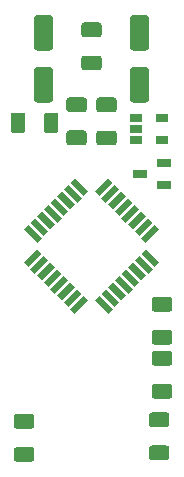
<source format=gbr>
%TF.GenerationSoftware,KiCad,Pcbnew,(5.1.6-0-10_14)*%
%TF.CreationDate,2021-08-14T22:27:43-04:00*%
%TF.ProjectId,bareduino,62617265-6475-4696-9e6f-2e6b69636164,rev?*%
%TF.SameCoordinates,Original*%
%TF.FileFunction,Paste,Top*%
%TF.FilePolarity,Positive*%
%FSLAX46Y46*%
G04 Gerber Fmt 4.6, Leading zero omitted, Abs format (unit mm)*
G04 Created by KiCad (PCBNEW (5.1.6-0-10_14)) date 2021-08-14 22:27:43*
%MOMM*%
%LPD*%
G01*
G04 APERTURE LIST*
%ADD10C,0.100000*%
%ADD11R,1.060000X0.650000*%
%ADD12R,1.200000X0.650000*%
G04 APERTURE END LIST*
D10*
%TO.C,U2*%
G36*
X50284555Y-64747666D02*
G01*
X50673464Y-64358757D01*
X51804835Y-65490128D01*
X51415926Y-65879037D01*
X50284555Y-64747666D01*
G37*
G36*
X49718870Y-65313352D02*
G01*
X50107779Y-64924443D01*
X51239150Y-66055814D01*
X50850241Y-66444723D01*
X49718870Y-65313352D01*
G37*
G36*
X49153184Y-65879037D02*
G01*
X49542093Y-65490128D01*
X50673464Y-66621499D01*
X50284555Y-67010408D01*
X49153184Y-65879037D01*
G37*
G36*
X48587499Y-66444722D02*
G01*
X48976408Y-66055813D01*
X50107779Y-67187184D01*
X49718870Y-67576093D01*
X48587499Y-66444722D01*
G37*
G36*
X48021813Y-67010408D02*
G01*
X48410722Y-66621499D01*
X49542093Y-67752870D01*
X49153184Y-68141779D01*
X48021813Y-67010408D01*
G37*
G36*
X47456128Y-67576093D02*
G01*
X47845037Y-67187184D01*
X48976408Y-68318555D01*
X48587499Y-68707464D01*
X47456128Y-67576093D01*
G37*
G36*
X46890443Y-68141779D02*
G01*
X47279352Y-67752870D01*
X48410723Y-68884241D01*
X48021814Y-69273150D01*
X46890443Y-68141779D01*
G37*
G36*
X46324757Y-68707464D02*
G01*
X46713666Y-68318555D01*
X47845037Y-69449926D01*
X47456128Y-69838835D01*
X46324757Y-68707464D01*
G37*
G36*
X46713666Y-71889445D02*
G01*
X46324757Y-71500536D01*
X47456128Y-70369165D01*
X47845037Y-70758074D01*
X46713666Y-71889445D01*
G37*
G36*
X47279352Y-72455130D02*
G01*
X46890443Y-72066221D01*
X48021814Y-70934850D01*
X48410723Y-71323759D01*
X47279352Y-72455130D01*
G37*
G36*
X47845037Y-73020816D02*
G01*
X47456128Y-72631907D01*
X48587499Y-71500536D01*
X48976408Y-71889445D01*
X47845037Y-73020816D01*
G37*
G36*
X48410722Y-73586501D02*
G01*
X48021813Y-73197592D01*
X49153184Y-72066221D01*
X49542093Y-72455130D01*
X48410722Y-73586501D01*
G37*
G36*
X48976408Y-74152187D02*
G01*
X48587499Y-73763278D01*
X49718870Y-72631907D01*
X50107779Y-73020816D01*
X48976408Y-74152187D01*
G37*
G36*
X49542093Y-74717872D02*
G01*
X49153184Y-74328963D01*
X50284555Y-73197592D01*
X50673464Y-73586501D01*
X49542093Y-74717872D01*
G37*
G36*
X50107779Y-75283557D02*
G01*
X49718870Y-74894648D01*
X50850241Y-73763277D01*
X51239150Y-74152186D01*
X50107779Y-75283557D01*
G37*
G36*
X50673464Y-75849243D02*
G01*
X50284555Y-75460334D01*
X51415926Y-74328963D01*
X51804835Y-74717872D01*
X50673464Y-75849243D01*
G37*
G36*
X52335165Y-74717872D02*
G01*
X52724074Y-74328963D01*
X53855445Y-75460334D01*
X53466536Y-75849243D01*
X52335165Y-74717872D01*
G37*
G36*
X52900850Y-74152186D02*
G01*
X53289759Y-73763277D01*
X54421130Y-74894648D01*
X54032221Y-75283557D01*
X52900850Y-74152186D01*
G37*
G36*
X53466536Y-73586501D02*
G01*
X53855445Y-73197592D01*
X54986816Y-74328963D01*
X54597907Y-74717872D01*
X53466536Y-73586501D01*
G37*
G36*
X54032221Y-73020816D02*
G01*
X54421130Y-72631907D01*
X55552501Y-73763278D01*
X55163592Y-74152187D01*
X54032221Y-73020816D01*
G37*
G36*
X54597907Y-72455130D02*
G01*
X54986816Y-72066221D01*
X56118187Y-73197592D01*
X55729278Y-73586501D01*
X54597907Y-72455130D01*
G37*
G36*
X55163592Y-71889445D02*
G01*
X55552501Y-71500536D01*
X56683872Y-72631907D01*
X56294963Y-73020816D01*
X55163592Y-71889445D01*
G37*
G36*
X55729277Y-71323759D02*
G01*
X56118186Y-70934850D01*
X57249557Y-72066221D01*
X56860648Y-72455130D01*
X55729277Y-71323759D01*
G37*
G36*
X56294963Y-70758074D02*
G01*
X56683872Y-70369165D01*
X57815243Y-71500536D01*
X57426334Y-71889445D01*
X56294963Y-70758074D01*
G37*
G36*
X56683872Y-69838835D02*
G01*
X56294963Y-69449926D01*
X57426334Y-68318555D01*
X57815243Y-68707464D01*
X56683872Y-69838835D01*
G37*
G36*
X56118186Y-69273150D02*
G01*
X55729277Y-68884241D01*
X56860648Y-67752870D01*
X57249557Y-68141779D01*
X56118186Y-69273150D01*
G37*
G36*
X55552501Y-68707464D02*
G01*
X55163592Y-68318555D01*
X56294963Y-67187184D01*
X56683872Y-67576093D01*
X55552501Y-68707464D01*
G37*
G36*
X54986816Y-68141779D02*
G01*
X54597907Y-67752870D01*
X55729278Y-66621499D01*
X56118187Y-67010408D01*
X54986816Y-68141779D01*
G37*
G36*
X54421130Y-67576093D02*
G01*
X54032221Y-67187184D01*
X55163592Y-66055813D01*
X55552501Y-66444722D01*
X54421130Y-67576093D01*
G37*
G36*
X53855445Y-67010408D02*
G01*
X53466536Y-66621499D01*
X54597907Y-65490128D01*
X54986816Y-65879037D01*
X53855445Y-67010408D01*
G37*
G36*
X53289759Y-66444723D02*
G01*
X52900850Y-66055814D01*
X54032221Y-64924443D01*
X54421130Y-65313352D01*
X53289759Y-66444723D01*
G37*
G36*
X52724074Y-65879037D02*
G01*
X52335165Y-65490128D01*
X53466536Y-64358757D01*
X53855445Y-64747666D01*
X52724074Y-65879037D01*
G37*
%TD*%
D11*
%TO.C,U1*%
X57996000Y-59248000D03*
X57996000Y-61148000D03*
X55796000Y-61148000D03*
X55796000Y-60198000D03*
X55796000Y-59248000D03*
%TD*%
%TO.C,R3*%
G36*
G01*
X46469000Y-59065000D02*
X46469000Y-60315000D01*
G75*
G02*
X46219000Y-60565000I-250000J0D01*
G01*
X45469000Y-60565000D01*
G75*
G02*
X45219000Y-60315000I0J250000D01*
G01*
X45219000Y-59065000D01*
G75*
G02*
X45469000Y-58815000I250000J0D01*
G01*
X46219000Y-58815000D01*
G75*
G02*
X46469000Y-59065000I0J-250000D01*
G01*
G37*
G36*
G01*
X49269000Y-59065000D02*
X49269000Y-60315000D01*
G75*
G02*
X49019000Y-60565000I-250000J0D01*
G01*
X48269000Y-60565000D01*
G75*
G02*
X48019000Y-60315000I0J250000D01*
G01*
X48019000Y-59065000D01*
G75*
G02*
X48269000Y-58815000I250000J0D01*
G01*
X49019000Y-58815000D01*
G75*
G02*
X49269000Y-59065000I0J-250000D01*
G01*
G37*
%TD*%
%TO.C,R2*%
G36*
G01*
X50175000Y-60335000D02*
X51425000Y-60335000D01*
G75*
G02*
X51675000Y-60585000I0J-250000D01*
G01*
X51675000Y-61335000D01*
G75*
G02*
X51425000Y-61585000I-250000J0D01*
G01*
X50175000Y-61585000D01*
G75*
G02*
X49925000Y-61335000I0J250000D01*
G01*
X49925000Y-60585000D01*
G75*
G02*
X50175000Y-60335000I250000J0D01*
G01*
G37*
G36*
G01*
X50175000Y-57535000D02*
X51425000Y-57535000D01*
G75*
G02*
X51675000Y-57785000I0J-250000D01*
G01*
X51675000Y-58535000D01*
G75*
G02*
X51425000Y-58785000I-250000J0D01*
G01*
X50175000Y-58785000D01*
G75*
G02*
X49925000Y-58535000I0J250000D01*
G01*
X49925000Y-57785000D01*
G75*
G02*
X50175000Y-57535000I250000J0D01*
G01*
G37*
%TD*%
%TO.C,R1*%
G36*
G01*
X58664000Y-80248000D02*
X57414000Y-80248000D01*
G75*
G02*
X57164000Y-79998000I0J250000D01*
G01*
X57164000Y-79248000D01*
G75*
G02*
X57414000Y-78998000I250000J0D01*
G01*
X58664000Y-78998000D01*
G75*
G02*
X58914000Y-79248000I0J-250000D01*
G01*
X58914000Y-79998000D01*
G75*
G02*
X58664000Y-80248000I-250000J0D01*
G01*
G37*
G36*
G01*
X58664000Y-83048000D02*
X57414000Y-83048000D01*
G75*
G02*
X57164000Y-82798000I0J250000D01*
G01*
X57164000Y-82048000D01*
G75*
G02*
X57414000Y-81798000I250000J0D01*
G01*
X58664000Y-81798000D01*
G75*
G02*
X58914000Y-82048000I0J-250000D01*
G01*
X58914000Y-82798000D01*
G75*
G02*
X58664000Y-83048000I-250000J0D01*
G01*
G37*
%TD*%
D12*
%TO.C,IC1*%
X56134000Y-64008000D03*
X58234000Y-63048000D03*
X58234000Y-64968000D03*
%TD*%
%TO.C,D2*%
G36*
G01*
X52715000Y-60341000D02*
X53965000Y-60341000D01*
G75*
G02*
X54215000Y-60591000I0J-250000D01*
G01*
X54215000Y-61341000D01*
G75*
G02*
X53965000Y-61591000I-250000J0D01*
G01*
X52715000Y-61591000D01*
G75*
G02*
X52465000Y-61341000I0J250000D01*
G01*
X52465000Y-60591000D01*
G75*
G02*
X52715000Y-60341000I250000J0D01*
G01*
G37*
G36*
G01*
X52715000Y-57541000D02*
X53965000Y-57541000D01*
G75*
G02*
X54215000Y-57791000I0J-250000D01*
G01*
X54215000Y-58541000D01*
G75*
G02*
X53965000Y-58791000I-250000J0D01*
G01*
X52715000Y-58791000D01*
G75*
G02*
X52465000Y-58541000I0J250000D01*
G01*
X52465000Y-57791000D01*
G75*
G02*
X52715000Y-57541000I250000J0D01*
G01*
G37*
%TD*%
%TO.C,D1*%
G36*
G01*
X57414000Y-77226000D02*
X58664000Y-77226000D01*
G75*
G02*
X58914000Y-77476000I0J-250000D01*
G01*
X58914000Y-78226000D01*
G75*
G02*
X58664000Y-78476000I-250000J0D01*
G01*
X57414000Y-78476000D01*
G75*
G02*
X57164000Y-78226000I0J250000D01*
G01*
X57164000Y-77476000D01*
G75*
G02*
X57414000Y-77226000I250000J0D01*
G01*
G37*
G36*
G01*
X57414000Y-74426000D02*
X58664000Y-74426000D01*
G75*
G02*
X58914000Y-74676000I0J-250000D01*
G01*
X58914000Y-75426000D01*
G75*
G02*
X58664000Y-75676000I-250000J0D01*
G01*
X57414000Y-75676000D01*
G75*
G02*
X57164000Y-75426000I0J250000D01*
G01*
X57164000Y-74676000D01*
G75*
G02*
X57414000Y-74426000I250000J0D01*
G01*
G37*
%TD*%
%TO.C,C5*%
G36*
G01*
X57160000Y-87005000D02*
X58410000Y-87005000D01*
G75*
G02*
X58660000Y-87255000I0J-250000D01*
G01*
X58660000Y-88005000D01*
G75*
G02*
X58410000Y-88255000I-250000J0D01*
G01*
X57160000Y-88255000D01*
G75*
G02*
X56910000Y-88005000I0J250000D01*
G01*
X56910000Y-87255000D01*
G75*
G02*
X57160000Y-87005000I250000J0D01*
G01*
G37*
G36*
G01*
X57160000Y-84205000D02*
X58410000Y-84205000D01*
G75*
G02*
X58660000Y-84455000I0J-250000D01*
G01*
X58660000Y-85205000D01*
G75*
G02*
X58410000Y-85455000I-250000J0D01*
G01*
X57160000Y-85455000D01*
G75*
G02*
X56910000Y-85205000I0J250000D01*
G01*
X56910000Y-84455000D01*
G75*
G02*
X57160000Y-84205000I250000J0D01*
G01*
G37*
%TD*%
%TO.C,C4*%
G36*
G01*
X45730000Y-87135000D02*
X46980000Y-87135000D01*
G75*
G02*
X47230000Y-87385000I0J-250000D01*
G01*
X47230000Y-88135000D01*
G75*
G02*
X46980000Y-88385000I-250000J0D01*
G01*
X45730000Y-88385000D01*
G75*
G02*
X45480000Y-88135000I0J250000D01*
G01*
X45480000Y-87385000D01*
G75*
G02*
X45730000Y-87135000I250000J0D01*
G01*
G37*
G36*
G01*
X45730000Y-84335000D02*
X46980000Y-84335000D01*
G75*
G02*
X47230000Y-84585000I0J-250000D01*
G01*
X47230000Y-85335000D01*
G75*
G02*
X46980000Y-85585000I-250000J0D01*
G01*
X45730000Y-85585000D01*
G75*
G02*
X45480000Y-85335000I0J250000D01*
G01*
X45480000Y-84585000D01*
G75*
G02*
X45730000Y-84335000I250000J0D01*
G01*
G37*
%TD*%
%TO.C,C2*%
G36*
G01*
X48556000Y-53570000D02*
X47456000Y-53570000D01*
G75*
G02*
X47206000Y-53320000I0J250000D01*
G01*
X47206000Y-50820000D01*
G75*
G02*
X47456000Y-50570000I250000J0D01*
G01*
X48556000Y-50570000D01*
G75*
G02*
X48806000Y-50820000I0J-250000D01*
G01*
X48806000Y-53320000D01*
G75*
G02*
X48556000Y-53570000I-250000J0D01*
G01*
G37*
G36*
G01*
X48556000Y-57970000D02*
X47456000Y-57970000D01*
G75*
G02*
X47206000Y-57720000I0J250000D01*
G01*
X47206000Y-55220000D01*
G75*
G02*
X47456000Y-54970000I250000J0D01*
G01*
X48556000Y-54970000D01*
G75*
G02*
X48806000Y-55220000I0J-250000D01*
G01*
X48806000Y-57720000D01*
G75*
G02*
X48556000Y-57970000I-250000J0D01*
G01*
G37*
%TD*%
%TO.C,C3*%
G36*
G01*
X52695000Y-52441000D02*
X51445000Y-52441000D01*
G75*
G02*
X51195000Y-52191000I0J250000D01*
G01*
X51195000Y-51441000D01*
G75*
G02*
X51445000Y-51191000I250000J0D01*
G01*
X52695000Y-51191000D01*
G75*
G02*
X52945000Y-51441000I0J-250000D01*
G01*
X52945000Y-52191000D01*
G75*
G02*
X52695000Y-52441000I-250000J0D01*
G01*
G37*
G36*
G01*
X52695000Y-55241000D02*
X51445000Y-55241000D01*
G75*
G02*
X51195000Y-54991000I0J250000D01*
G01*
X51195000Y-54241000D01*
G75*
G02*
X51445000Y-53991000I250000J0D01*
G01*
X52695000Y-53991000D01*
G75*
G02*
X52945000Y-54241000I0J-250000D01*
G01*
X52945000Y-54991000D01*
G75*
G02*
X52695000Y-55241000I-250000J0D01*
G01*
G37*
%TD*%
%TO.C,C1*%
G36*
G01*
X56684000Y-53570000D02*
X55584000Y-53570000D01*
G75*
G02*
X55334000Y-53320000I0J250000D01*
G01*
X55334000Y-50820000D01*
G75*
G02*
X55584000Y-50570000I250000J0D01*
G01*
X56684000Y-50570000D01*
G75*
G02*
X56934000Y-50820000I0J-250000D01*
G01*
X56934000Y-53320000D01*
G75*
G02*
X56684000Y-53570000I-250000J0D01*
G01*
G37*
G36*
G01*
X56684000Y-57970000D02*
X55584000Y-57970000D01*
G75*
G02*
X55334000Y-57720000I0J250000D01*
G01*
X55334000Y-55220000D01*
G75*
G02*
X55584000Y-54970000I250000J0D01*
G01*
X56684000Y-54970000D01*
G75*
G02*
X56934000Y-55220000I0J-250000D01*
G01*
X56934000Y-57720000D01*
G75*
G02*
X56684000Y-57970000I-250000J0D01*
G01*
G37*
%TD*%
M02*

</source>
